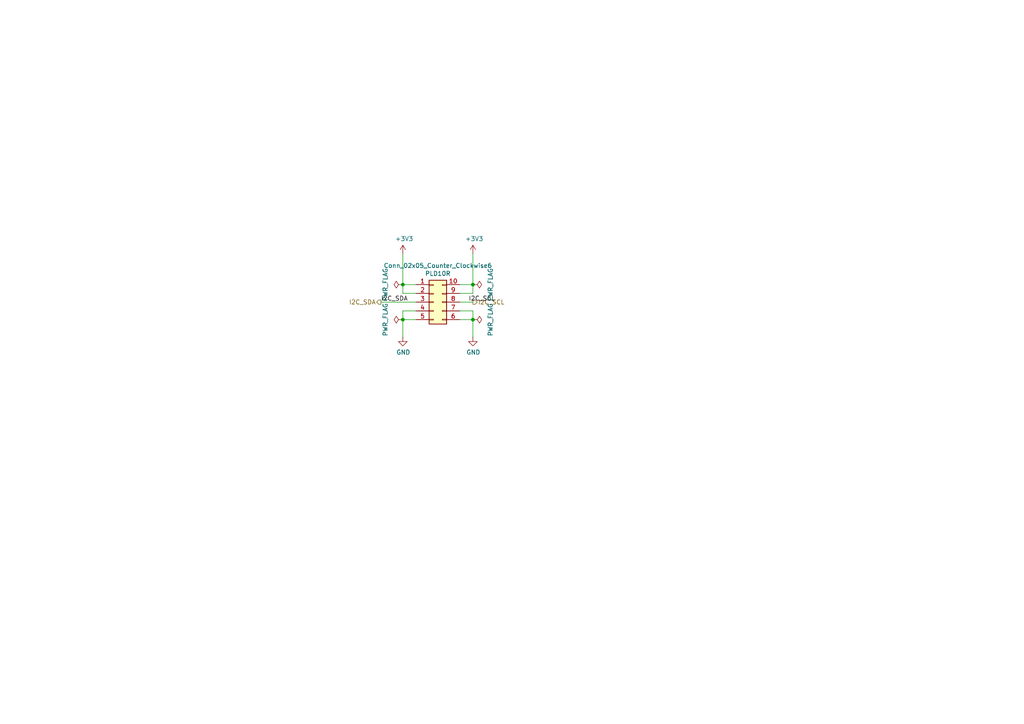
<source format=kicad_sch>
(kicad_sch
	(version 20231120)
	(generator "eeschema")
	(generator_version "8.0")
	(uuid "4319e02e-193b-465e-a4fb-c66fb7a9e273")
	(paper "A4")
	(lib_symbols
		(symbol "Connector_Generic:Conn_02x05_Counter_Clockwise"
			(pin_names
				(offset 1.016) hide)
			(exclude_from_sim no)
			(in_bom yes)
			(on_board yes)
			(property "Reference" "Conn_02x05_Counter_Clockwise6"
				(at 1.27 10.5918 0)
				(effects
					(font
						(size 1.27 1.27)
					)
				)
			)
			(property "Value" "PLD10R"
				(at 1.27 8.2804 0)
				(effects
					(font
						(size 1.27 1.27)
					)
				)
			)
			(property "Footprint" "Connector_PinHeader_2.54mm:PinHeader_2x05_P2.54mm_Horizontal"
				(at 0 0 0)
				(effects
					(font
						(size 1.27 1.27)
					)
					(hide yes)
				)
			)
			(property "Datasheet" "https://file.elecfans.com/web1/M00/81/AC/o4YBAFw2vnKAaVFEACnRtF3lcuA967.pdf"
				(at 0 0 0)
				(effects
					(font
						(size 1.27 1.27)
					)
					(hide yes)
				)
			)
			(property "Description" "Pin Headers spacing 2.54mm 10Pins (2x5) brass gold-plated elbow"
				(at 0 0 0)
				(effects
					(font
						(size 1.27 1.27)
					)
					(hide yes)
				)
			)
			(property "manf#" "A2541WR-2x5P"
				(at 0 0 0)
				(effects
					(font
						(size 1.27 1.27)
					)
					(hide yes)
				)
			)
			(property "ki_keywords" "connector"
				(at 0 0 0)
				(effects
					(font
						(size 1.27 1.27)
					)
					(hide yes)
				)
			)
			(property "ki_fp_filters" "Connector*:*_2x??_*"
				(at 0 0 0)
				(effects
					(font
						(size 1.27 1.27)
					)
					(hide yes)
				)
			)
			(symbol "Conn_02x05_Counter_Clockwise_1_1"
				(rectangle
					(start -1.27 -4.953)
					(end 0 -5.207)
					(stroke
						(width 0.1524)
						(type default)
					)
					(fill
						(type none)
					)
				)
				(rectangle
					(start -1.27 -2.413)
					(end 0 -2.667)
					(stroke
						(width 0.1524)
						(type default)
					)
					(fill
						(type none)
					)
				)
				(rectangle
					(start -1.27 0.127)
					(end 0 -0.127)
					(stroke
						(width 0.1524)
						(type default)
					)
					(fill
						(type none)
					)
				)
				(rectangle
					(start -1.27 2.54)
					(end 0 2.286)
					(stroke
						(width 0.1524)
						(type default)
					)
					(fill
						(type none)
					)
				)
				(rectangle
					(start -1.27 5.08)
					(end 0 4.826)
					(stroke
						(width 0.1524)
						(type default)
					)
					(fill
						(type none)
					)
				)
				(rectangle
					(start -1.27 6.35)
					(end 3.81 -6.35)
					(stroke
						(width 0.254)
						(type default)
					)
					(fill
						(type background)
					)
				)
				(rectangle
					(start 2.54 -2.413)
					(end 3.81 -2.667)
					(stroke
						(width 0.1524)
						(type default)
					)
					(fill
						(type none)
					)
				)
				(rectangle
					(start 2.54 2.54)
					(end 3.81 2.286)
					(stroke
						(width 0.1524)
						(type default)
					)
					(fill
						(type none)
					)
				)
				(rectangle
					(start 2.54 5.08)
					(end 3.81 4.826)
					(stroke
						(width 0.1524)
						(type default)
					)
					(fill
						(type none)
					)
				)
				(rectangle
					(start 3.81 -4.953)
					(end 2.54 -5.207)
					(stroke
						(width 0.1524)
						(type default)
					)
					(fill
						(type none)
					)
				)
				(rectangle
					(start 3.81 0.127)
					(end 2.54 -0.127)
					(stroke
						(width 0.1524)
						(type default)
					)
					(fill
						(type none)
					)
				)
				(pin passive line
					(at -5.08 5.08 0)
					(length 3.81)
					(name "Pin_1"
						(effects
							(font
								(size 1.27 1.27)
							)
						)
					)
					(number "1"
						(effects
							(font
								(size 1.27 1.27)
							)
						)
					)
				)
				(pin passive line
					(at 7.62 5.08 180)
					(length 3.81)
					(name "Pin_10"
						(effects
							(font
								(size 1.27 1.27)
							)
						)
					)
					(number "10"
						(effects
							(font
								(size 1.27 1.27)
							)
						)
					)
				)
				(pin passive line
					(at -5.08 2.54 0)
					(length 3.81)
					(name "Pin_2"
						(effects
							(font
								(size 1.27 1.27)
							)
						)
					)
					(number "2"
						(effects
							(font
								(size 1.27 1.27)
							)
						)
					)
				)
				(pin passive line
					(at -5.08 0 0)
					(length 3.81)
					(name "Pin_3"
						(effects
							(font
								(size 1.27 1.27)
							)
						)
					)
					(number "3"
						(effects
							(font
								(size 1.27 1.27)
							)
						)
					)
				)
				(pin passive line
					(at -5.08 -2.54 0)
					(length 3.81)
					(name "Pin_4"
						(effects
							(font
								(size 1.27 1.27)
							)
						)
					)
					(number "4"
						(effects
							(font
								(size 1.27 1.27)
							)
						)
					)
				)
				(pin passive line
					(at -5.08 -5.08 0)
					(length 3.81)
					(name "Pin_5"
						(effects
							(font
								(size 1.27 1.27)
							)
						)
					)
					(number "5"
						(effects
							(font
								(size 1.27 1.27)
							)
						)
					)
				)
				(pin passive line
					(at 7.62 -5.08 180)
					(length 3.81)
					(name "Pin_6"
						(effects
							(font
								(size 1.27 1.27)
							)
						)
					)
					(number "6"
						(effects
							(font
								(size 1.27 1.27)
							)
						)
					)
				)
				(pin passive line
					(at 7.62 -2.54 180)
					(length 3.81)
					(name "Pin_7"
						(effects
							(font
								(size 1.27 1.27)
							)
						)
					)
					(number "7"
						(effects
							(font
								(size 1.27 1.27)
							)
						)
					)
				)
				(pin passive line
					(at 7.62 0 180)
					(length 3.81)
					(name "Pin_8"
						(effects
							(font
								(size 1.27 1.27)
							)
						)
					)
					(number "8"
						(effects
							(font
								(size 1.27 1.27)
							)
						)
					)
				)
				(pin passive line
					(at 7.62 2.54 180)
					(length 3.81)
					(name "Pin_9"
						(effects
							(font
								(size 1.27 1.27)
							)
						)
					)
					(number "9"
						(effects
							(font
								(size 1.27 1.27)
							)
						)
					)
				)
			)
		)
		(symbol "motor_controller_50mm-rescue:+3.3V-power"
			(power)
			(pin_names
				(offset 0)
			)
			(exclude_from_sim no)
			(in_bom yes)
			(on_board yes)
			(property "Reference" "#PWR"
				(at 0 -3.81 0)
				(effects
					(font
						(size 1.27 1.27)
					)
					(hide yes)
				)
			)
			(property "Value" "+3.3V-power"
				(at 0 3.556 0)
				(effects
					(font
						(size 1.27 1.27)
					)
				)
			)
			(property "Footprint" ""
				(at 0 0 0)
				(effects
					(font
						(size 1.27 1.27)
					)
					(hide yes)
				)
			)
			(property "Datasheet" ""
				(at 0 0 0)
				(effects
					(font
						(size 1.27 1.27)
					)
					(hide yes)
				)
			)
			(property "Description" ""
				(at 0 0 0)
				(effects
					(font
						(size 1.27 1.27)
					)
					(hide yes)
				)
			)
			(symbol "+3.3V-power_0_1"
				(polyline
					(pts
						(xy -0.762 1.27) (xy 0 2.54)
					)
					(stroke
						(width 0)
						(type solid)
					)
					(fill
						(type none)
					)
				)
				(polyline
					(pts
						(xy 0 0) (xy 0 2.54)
					)
					(stroke
						(width 0)
						(type solid)
					)
					(fill
						(type none)
					)
				)
				(polyline
					(pts
						(xy 0 2.54) (xy 0.762 1.27)
					)
					(stroke
						(width 0)
						(type solid)
					)
					(fill
						(type none)
					)
				)
			)
			(symbol "+3.3V-power_1_1"
				(pin power_in line
					(at 0 0 90)
					(length 0) hide
					(name "+3V3"
						(effects
							(font
								(size 1.27 1.27)
							)
						)
					)
					(number "1"
						(effects
							(font
								(size 1.27 1.27)
							)
						)
					)
				)
			)
		)
		(symbol "power:GND"
			(power)
			(pin_numbers hide)
			(pin_names
				(offset 0) hide)
			(exclude_from_sim no)
			(in_bom yes)
			(on_board yes)
			(property "Reference" "#PWR"
				(at 0 -6.35 0)
				(effects
					(font
						(size 1.27 1.27)
					)
					(hide yes)
				)
			)
			(property "Value" "GND"
				(at 0 -3.81 0)
				(effects
					(font
						(size 1.27 1.27)
					)
				)
			)
			(property "Footprint" ""
				(at 0 0 0)
				(effects
					(font
						(size 1.27 1.27)
					)
					(hide yes)
				)
			)
			(property "Datasheet" ""
				(at 0 0 0)
				(effects
					(font
						(size 1.27 1.27)
					)
					(hide yes)
				)
			)
			(property "Description" "Power symbol creates a global label with name \"GND\" , ground"
				(at 0 0 0)
				(effects
					(font
						(size 1.27 1.27)
					)
					(hide yes)
				)
			)
			(property "ki_keywords" "global power"
				(at 0 0 0)
				(effects
					(font
						(size 1.27 1.27)
					)
					(hide yes)
				)
			)
			(symbol "GND_0_1"
				(polyline
					(pts
						(xy 0 0) (xy 0 -1.27) (xy 1.27 -1.27) (xy 0 -2.54) (xy -1.27 -1.27) (xy 0 -1.27)
					)
					(stroke
						(width 0)
						(type default)
					)
					(fill
						(type none)
					)
				)
			)
			(symbol "GND_1_1"
				(pin power_in line
					(at 0 0 270)
					(length 0)
					(name "~"
						(effects
							(font
								(size 1.27 1.27)
							)
						)
					)
					(number "1"
						(effects
							(font
								(size 1.27 1.27)
							)
						)
					)
				)
			)
		)
		(symbol "power:PWR_FLAG"
			(power)
			(pin_numbers hide)
			(pin_names
				(offset 0) hide)
			(exclude_from_sim no)
			(in_bom yes)
			(on_board yes)
			(property "Reference" "#FLG"
				(at 0 1.905 0)
				(effects
					(font
						(size 1.27 1.27)
					)
					(hide yes)
				)
			)
			(property "Value" "PWR_FLAG"
				(at 0 3.81 0)
				(effects
					(font
						(size 1.27 1.27)
					)
				)
			)
			(property "Footprint" ""
				(at 0 0 0)
				(effects
					(font
						(size 1.27 1.27)
					)
					(hide yes)
				)
			)
			(property "Datasheet" "~"
				(at 0 0 0)
				(effects
					(font
						(size 1.27 1.27)
					)
					(hide yes)
				)
			)
			(property "Description" "Special symbol for telling ERC where power comes from"
				(at 0 0 0)
				(effects
					(font
						(size 1.27 1.27)
					)
					(hide yes)
				)
			)
			(property "ki_keywords" "flag power"
				(at 0 0 0)
				(effects
					(font
						(size 1.27 1.27)
					)
					(hide yes)
				)
			)
			(symbol "PWR_FLAG_0_0"
				(pin power_out line
					(at 0 0 90)
					(length 0)
					(name "~"
						(effects
							(font
								(size 1.27 1.27)
							)
						)
					)
					(number "1"
						(effects
							(font
								(size 1.27 1.27)
							)
						)
					)
				)
			)
			(symbol "PWR_FLAG_0_1"
				(polyline
					(pts
						(xy 0 0) (xy 0 1.27) (xy -1.016 1.905) (xy 0 2.54) (xy 1.016 1.905) (xy 0 1.27)
					)
					(stroke
						(width 0)
						(type default)
					)
					(fill
						(type none)
					)
				)
			)
		)
	)
	(junction
		(at 116.84 82.55)
		(diameter 0)
		(color 0 0 0 0)
		(uuid "84599fa5-6a90-4764-8f8d-f6f4f436ab1e")
	)
	(junction
		(at 116.84 92.71)
		(diameter 0)
		(color 0 0 0 0)
		(uuid "b290fa5b-5675-4f43-95d9-9e8d4f36c38d")
	)
	(junction
		(at 137.16 92.71)
		(diameter 0)
		(color 0 0 0 0)
		(uuid "c702e141-b196-42fd-aeb5-73e7c609d504")
	)
	(junction
		(at 137.16 82.55)
		(diameter 0)
		(color 0 0 0 0)
		(uuid "e43aaf31-fc05-4d97-af30-f1d43b0b93f6")
	)
	(wire
		(pts
			(xy 137.16 97.79) (xy 137.16 92.71)
		)
		(stroke
			(width 0)
			(type default)
		)
		(uuid "0d86fe51-c57b-499b-8f5e-479a31f997e8")
	)
	(wire
		(pts
			(xy 116.84 92.71) (xy 116.84 97.79)
		)
		(stroke
			(width 0)
			(type default)
		)
		(uuid "1bb539e2-b2cb-4818-9bc5-1095ef00ad95")
	)
	(wire
		(pts
			(xy 133.35 90.17) (xy 137.16 90.17)
		)
		(stroke
			(width 0)
			(type default)
		)
		(uuid "256444af-f560-484c-9f2f-4e08c0bf5a2b")
	)
	(wire
		(pts
			(xy 137.16 82.55) (xy 137.16 73.66)
		)
		(stroke
			(width 0)
			(type default)
		)
		(uuid "40cf51c2-109f-4e22-9d78-8d6adf6154e2")
	)
	(wire
		(pts
			(xy 137.16 85.09) (xy 137.16 82.55)
		)
		(stroke
			(width 0)
			(type default)
		)
		(uuid "6045ae10-fd59-4fde-b81e-72db9631d9a2")
	)
	(wire
		(pts
			(xy 116.84 82.55) (xy 116.84 73.66)
		)
		(stroke
			(width 0)
			(type default)
		)
		(uuid "69c87580-9f76-4eaa-a0b9-c278ca101c1c")
	)
	(wire
		(pts
			(xy 137.16 82.55) (xy 133.35 82.55)
		)
		(stroke
			(width 0)
			(type default)
		)
		(uuid "7404899d-6273-45b8-8723-575ac758570b")
	)
	(wire
		(pts
			(xy 116.84 90.17) (xy 116.84 92.71)
		)
		(stroke
			(width 0)
			(type default)
		)
		(uuid "81fc80af-e343-455a-a566-0e071e3d8e1c")
	)
	(wire
		(pts
			(xy 137.16 87.63) (xy 133.35 87.63)
		)
		(stroke
			(width 0)
			(type default)
		)
		(uuid "84456765-dbce-4fd6-9d08-3dd949349865")
	)
	(wire
		(pts
			(xy 120.65 82.55) (xy 116.84 82.55)
		)
		(stroke
			(width 0)
			(type default)
		)
		(uuid "90a2c395-679c-458d-b78d-af3f4b20cf3b")
	)
	(wire
		(pts
			(xy 120.65 87.63) (xy 110.49 87.63)
		)
		(stroke
			(width 0)
			(type default)
		)
		(uuid "935e0719-2578-4de7-b01e-01f9f99a10cb")
	)
	(wire
		(pts
			(xy 133.35 85.09) (xy 137.16 85.09)
		)
		(stroke
			(width 0)
			(type default)
		)
		(uuid "ace646f2-b682-4271-8f73-e1a189988fbf")
	)
	(wire
		(pts
			(xy 137.16 92.71) (xy 133.35 92.71)
		)
		(stroke
			(width 0)
			(type default)
		)
		(uuid "af721db2-1637-43fd-9463-b7f43b4e3775")
	)
	(wire
		(pts
			(xy 116.84 85.09) (xy 120.65 85.09)
		)
		(stroke
			(width 0)
			(type default)
		)
		(uuid "b8d6e8e7-476d-4bc9-bf6d-1356f01c7c8d")
	)
	(wire
		(pts
			(xy 137.16 90.17) (xy 137.16 92.71)
		)
		(stroke
			(width 0)
			(type default)
		)
		(uuid "de9b9cc3-217b-4fd9-ac67-732de89e14fd")
	)
	(wire
		(pts
			(xy 120.65 90.17) (xy 116.84 90.17)
		)
		(stroke
			(width 0)
			(type default)
		)
		(uuid "e0beb59e-22fd-4fca-b770-f724674d0b4b")
	)
	(wire
		(pts
			(xy 116.84 82.55) (xy 116.84 85.09)
		)
		(stroke
			(width 0)
			(type default)
		)
		(uuid "eff5a1b0-a357-4d3a-af32-2b012cd068a7")
	)
	(wire
		(pts
			(xy 116.84 92.71) (xy 120.65 92.71)
		)
		(stroke
			(width 0)
			(type default)
		)
		(uuid "fd2de58e-ac12-4a3a-ac16-cd76dd6acc52")
	)
	(label "I2C_SCL"
		(at 135.89 87.63 0)
		(fields_autoplaced yes)
		(effects
			(font
				(size 1.27 1.27)
			)
			(justify left bottom)
		)
		(uuid "201a684d-7e12-4512-af00-84372b558fdf")
	)
	(label "I2C_SDA"
		(at 110.49 87.63 0)
		(fields_autoplaced yes)
		(effects
			(font
				(size 1.27 1.27)
			)
			(justify left bottom)
		)
		(uuid "873ebe23-235a-4e1c-a5aa-0c92d0f4f57b")
	)
	(hierarchical_label "I2C_SDA"
		(shape output)
		(at 110.49 87.63 180)
		(fields_autoplaced yes)
		(effects
			(font
				(size 1.27 1.27)
			)
			(justify right)
		)
		(uuid "00aa5a5d-7a54-45d3-b709-c78d72327a45")
	)
	(hierarchical_label "I2C_SCL"
		(shape output)
		(at 137.16 87.63 0)
		(fields_autoplaced yes)
		(effects
			(font
				(size 1.27 1.27)
			)
			(justify left)
		)
		(uuid "e946d9f8-1123-49f6-ade1-7eb5591a4ee7")
	)
	(symbol
		(lib_id "motor_controller_50mm-rescue:+3.3V-power")
		(at 116.84 73.66 0)
		(unit 1)
		(exclude_from_sim no)
		(in_bom yes)
		(on_board yes)
		(dnp no)
		(uuid "19cfe40d-419e-4c7d-80b6-ffa3fbcdbfb4")
		(property "Reference" "#PWR033"
			(at 116.84 77.47 0)
			(effects
				(font
					(size 1.27 1.27)
				)
				(hide yes)
			)
		)
		(property "Value" "+3V3"
			(at 117.221 69.2658 0)
			(effects
				(font
					(size 1.27 1.27)
				)
			)
		)
		(property "Footprint" ""
			(at 116.84 73.66 0)
			(effects
				(font
					(size 1.27 1.27)
				)
				(hide yes)
			)
		)
		(property "Datasheet" ""
			(at 116.84 73.66 0)
			(effects
				(font
					(size 1.27 1.27)
				)
				(hide yes)
			)
		)
		(property "Description" ""
			(at 116.84 73.66 0)
			(effects
				(font
					(size 1.27 1.27)
				)
				(hide yes)
			)
		)
		(pin "1"
			(uuid "038f3347-a8a1-4e38-97d0-d3dcd70d5a6a")
		)
		(instances
			(project "Controllers"
				(path "/0d975edd-657e-4ffa-a06b-b9e7874b08d6/1641af59-1197-4a35-8f18-d13b53c1fdaa/c671fc30-5732-4f67-b0bf-1a81538a21bf"
					(reference "#PWR0398")
					(unit 1)
				)
				(path "/0d975edd-657e-4ffa-a06b-b9e7874b08d6/24c0eb69-bd76-4742-bef9-535118effb30/c671fc30-5732-4f67-b0bf-1a81538a21bf"
					(reference "#PWR0106")
					(unit 1)
				)
				(path "/0d975edd-657e-4ffa-a06b-b9e7874b08d6/4d5ea5bf-2113-48a7-8fec-5f7f187eb6ac/c671fc30-5732-4f67-b0bf-1a81538a21bf"
					(reference "#PWR0325")
					(unit 1)
				)
				(path "/0d975edd-657e-4ffa-a06b-b9e7874b08d6/566aeadd-41eb-48d5-bdea-638f7a89d2bc/c671fc30-5732-4f67-b0bf-1a81538a21bf"
					(reference "#PWR033")
					(unit 1)
				)
				(path "/0d975edd-657e-4ffa-a06b-b9e7874b08d6/5fd9ddc7-22ac-4d93-8633-286cdab7cc37/c671fc30-5732-4f67-b0bf-1a81538a21bf"
					(reference "#PWR0179")
					(unit 1)
				)
				(path "/0d975edd-657e-4ffa-a06b-b9e7874b08d6/cb50d06f-fd5f-4d76-ab9f-279452512cbc/c671fc30-5732-4f67-b0bf-1a81538a21bf"
					(reference "#PWR0252")
					(unit 1)
				)
			)
		)
	)
	(symbol
		(lib_id "power:GND")
		(at 116.84 97.79 0)
		(unit 1)
		(exclude_from_sim no)
		(in_bom yes)
		(on_board yes)
		(dnp no)
		(uuid "3f80a26b-fd1a-47a5-b1fa-e443e1c27279")
		(property "Reference" "#PWR034"
			(at 116.84 104.14 0)
			(effects
				(font
					(size 1.27 1.27)
				)
				(hide yes)
			)
		)
		(property "Value" "GND"
			(at 116.967 102.1842 0)
			(effects
				(font
					(size 1.27 1.27)
				)
			)
		)
		(property "Footprint" ""
			(at 116.84 97.79 0)
			(effects
				(font
					(size 1.27 1.27)
				)
				(hide yes)
			)
		)
		(property "Datasheet" ""
			(at 116.84 97.79 0)
			(effects
				(font
					(size 1.27 1.27)
				)
				(hide yes)
			)
		)
		(property "Description" "Power symbol creates a global label with name \"GND\" , ground"
			(at 116.84 97.79 0)
			(effects
				(font
					(size 1.27 1.27)
				)
				(hide yes)
			)
		)
		(pin "1"
			(uuid "1c29d682-b9be-4f41-8ce4-a5c4dedb4f2a")
		)
		(instances
			(project "Controllers"
				(path "/0d975edd-657e-4ffa-a06b-b9e7874b08d6/1641af59-1197-4a35-8f18-d13b53c1fdaa/c671fc30-5732-4f67-b0bf-1a81538a21bf"
					(reference "#PWR0399")
					(unit 1)
				)
				(path "/0d975edd-657e-4ffa-a06b-b9e7874b08d6/24c0eb69-bd76-4742-bef9-535118effb30/c671fc30-5732-4f67-b0bf-1a81538a21bf"
					(reference "#PWR0107")
					(unit 1)
				)
				(path "/0d975edd-657e-4ffa-a06b-b9e7874b08d6/4d5ea5bf-2113-48a7-8fec-5f7f187eb6ac/c671fc30-5732-4f67-b0bf-1a81538a21bf"
					(reference "#PWR0326")
					(unit 1)
				)
				(path "/0d975edd-657e-4ffa-a06b-b9e7874b08d6/566aeadd-41eb-48d5-bdea-638f7a89d2bc/c671fc30-5732-4f67-b0bf-1a81538a21bf"
					(reference "#PWR034")
					(unit 1)
				)
				(path "/0d975edd-657e-4ffa-a06b-b9e7874b08d6/5fd9ddc7-22ac-4d93-8633-286cdab7cc37/c671fc30-5732-4f67-b0bf-1a81538a21bf"
					(reference "#PWR0180")
					(unit 1)
				)
				(path "/0d975edd-657e-4ffa-a06b-b9e7874b08d6/cb50d06f-fd5f-4d76-ab9f-279452512cbc/c671fc30-5732-4f67-b0bf-1a81538a21bf"
					(reference "#PWR0253")
					(unit 1)
				)
			)
		)
	)
	(symbol
		(lib_id "Connector_Generic:Conn_02x05_Counter_Clockwise")
		(at 125.73 87.63 0)
		(unit 1)
		(exclude_from_sim no)
		(in_bom yes)
		(on_board yes)
		(dnp no)
		(uuid "5e99020b-6b53-4c18-9f0a-dbad2996d044")
		(property "Reference" "Conn_02x05_Counter_Clockwise1"
			(at 127 77.0382 0)
			(effects
				(font
					(size 1.27 1.27)
				)
			)
		)
		(property "Value" "PLD10R"
			(at 127 79.3496 0)
			(effects
				(font
					(size 1.27 1.27)
				)
			)
		)
		(property "Footprint" "Connector_PinHeader_2.54mm:PinHeader_2x05_P2.54mm_Horizontal"
			(at 125.73 87.63 0)
			(effects
				(font
					(size 1.27 1.27)
				)
				(hide yes)
			)
		)
		(property "Datasheet" "https://file.elecfans.com/web1/M00/81/AC/o4YBAFw2vnKAaVFEACnRtF3lcuA967.pdf"
			(at 125.73 87.63 0)
			(effects
				(font
					(size 1.27 1.27)
				)
				(hide yes)
			)
		)
		(property "Description" "Pin Headers spacing 2.54mm 10Pins (2x5) brass gold-plated elbow"
			(at 125.73 87.63 0)
			(effects
				(font
					(size 1.27 1.27)
				)
				(hide yes)
			)
		)
		(property "manf#" "A2541WR-2x5P"
			(at 125.73 87.63 0)
			(effects
				(font
					(size 1.27 1.27)
				)
				(hide yes)
			)
		)
		(pin "1"
			(uuid "fd430c3b-8c2c-4660-807b-55eb17f3f12a")
		)
		(pin "10"
			(uuid "f6884db0-26bf-4937-b6b0-470fe19018c1")
		)
		(pin "3"
			(uuid "26f5b965-3181-4d62-90e2-30fa185ac953")
		)
		(pin "4"
			(uuid "58a153d4-ac97-4680-918b-1ffde4fb6c06")
		)
		(pin "5"
			(uuid "0b139a4b-5129-4c55-80b3-e60a0a01e9f3")
		)
		(pin "6"
			(uuid "2489b9f9-d7f7-4395-a892-e06abf16d6e7")
		)
		(pin "7"
			(uuid "4f56313f-4f1e-4bb7-8c40-5b0146c20d3c")
		)
		(pin "8"
			(uuid "c447b2f8-55db-4d79-b8e8-5ac0633ce6cd")
		)
		(pin "2"
			(uuid "7e93f489-193f-4dda-b29c-10fcc5acb108")
		)
		(pin "9"
			(uuid "8e497cc6-9b8b-4bad-ba2b-2abf304ddd79")
		)
		(instances
			(project "Controllers"
				(path "/0d975edd-657e-4ffa-a06b-b9e7874b08d6/1641af59-1197-4a35-8f18-d13b53c1fdaa/c671fc30-5732-4f67-b0bf-1a81538a21bf"
					(reference "Conn_02x05_Counter_Clockwise6")
					(unit 1)
				)
				(path "/0d975edd-657e-4ffa-a06b-b9e7874b08d6/24c0eb69-bd76-4742-bef9-535118effb30/c671fc30-5732-4f67-b0bf-1a81538a21bf"
					(reference "Conn_02x05_Counter_Clockwise2")
					(unit 1)
				)
				(path "/0d975edd-657e-4ffa-a06b-b9e7874b08d6/4d5ea5bf-2113-48a7-8fec-5f7f187eb6ac/c671fc30-5732-4f67-b0bf-1a81538a21bf"
					(reference "Conn_02x05_Counter_Clockwise5")
					(unit 1)
				)
				(path "/0d975edd-657e-4ffa-a06b-b9e7874b08d6/566aeadd-41eb-48d5-bdea-638f7a89d2bc/c671fc30-5732-4f67-b0bf-1a81538a21bf"
					(reference "Conn_02x05_Counter_Clockwise1")
					(unit 1)
				)
				(path "/0d975edd-657e-4ffa-a06b-b9e7874b08d6/5fd9ddc7-22ac-4d93-8633-286cdab7cc37/c671fc30-5732-4f67-b0bf-1a81538a21bf"
					(reference "Conn_02x05_Counter_Clockwise3")
					(unit 1)
				)
				(path "/0d975edd-657e-4ffa-a06b-b9e7874b08d6/cb50d06f-fd5f-4d76-ab9f-279452512cbc/c671fc30-5732-4f67-b0bf-1a81538a21bf"
					(reference "Conn_02x05_Counter_Clockwise4")
					(unit 1)
				)
			)
		)
	)
	(symbol
		(lib_id "power:PWR_FLAG")
		(at 137.16 82.55 270)
		(mirror x)
		(unit 1)
		(exclude_from_sim no)
		(in_bom yes)
		(on_board yes)
		(dnp no)
		(uuid "7d5efff9-a5da-4fb9-b456-a58fc174df5b")
		(property "Reference" "#FLG021"
			(at 139.065 82.55 0)
			(effects
				(font
					(size 1.27 1.27)
				)
				(hide yes)
			)
		)
		(property "Value" "PWR_FLAG"
			(at 142.24 82.55 0)
			(effects
				(font
					(size 1.27 1.27)
				)
			)
		)
		(property "Footprint" ""
			(at 137.16 82.55 0)
			(effects
				(font
					(size 1.27 1.27)
				)
				(hide yes)
			)
		)
		(property "Datasheet" "~"
			(at 137.16 82.55 0)
			(effects
				(font
					(size 1.27 1.27)
				)
				(hide yes)
			)
		)
		(property "Description" "Special symbol for telling ERC where power comes from"
			(at 137.16 82.55 0)
			(effects
				(font
					(size 1.27 1.27)
				)
				(hide yes)
			)
		)
		(pin "1"
			(uuid "c18fdeb6-3aad-4af5-b065-21cc754d0df6")
		)
		(instances
			(project "Controllers"
				(path "/0d975edd-657e-4ffa-a06b-b9e7874b08d6/1641af59-1197-4a35-8f18-d13b53c1fdaa/c671fc30-5732-4f67-b0bf-1a81538a21bf"
					(reference "#FLG041")
					(unit 1)
				)
				(path "/0d975edd-657e-4ffa-a06b-b9e7874b08d6/24c0eb69-bd76-4742-bef9-535118effb30/c671fc30-5732-4f67-b0bf-1a81538a21bf"
					(reference "#FLG025")
					(unit 1)
				)
				(path "/0d975edd-657e-4ffa-a06b-b9e7874b08d6/4d5ea5bf-2113-48a7-8fec-5f7f187eb6ac/c671fc30-5732-4f67-b0bf-1a81538a21bf"
					(reference "#FLG037")
					(unit 1)
				)
				(path "/0d975edd-657e-4ffa-a06b-b9e7874b08d6/566aeadd-41eb-48d5-bdea-638f7a89d2bc/c671fc30-5732-4f67-b0bf-1a81538a21bf"
					(reference "#FLG021")
					(unit 1)
				)
				(path "/0d975edd-657e-4ffa-a06b-b9e7874b08d6/5fd9ddc7-22ac-4d93-8633-286cdab7cc37/c671fc30-5732-4f67-b0bf-1a81538a21bf"
					(reference "#FLG029")
					(unit 1)
				)
				(path "/0d975edd-657e-4ffa-a06b-b9e7874b08d6/cb50d06f-fd5f-4d76-ab9f-279452512cbc/c671fc30-5732-4f67-b0bf-1a81538a21bf"
					(reference "#FLG033")
					(unit 1)
				)
			)
		)
	)
	(symbol
		(lib_id "power:PWR_FLAG")
		(at 116.84 92.71 90)
		(mirror x)
		(unit 1)
		(exclude_from_sim no)
		(in_bom yes)
		(on_board yes)
		(dnp no)
		(uuid "902c3f47-9f46-4817-9401-45a74e6fa457")
		(property "Reference" "#FLG020"
			(at 114.935 92.71 0)
			(effects
				(font
					(size 1.27 1.27)
				)
				(hide yes)
			)
		)
		(property "Value" "PWR_FLAG"
			(at 111.76 92.71 0)
			(effects
				(font
					(size 1.27 1.27)
				)
			)
		)
		(property "Footprint" ""
			(at 116.84 92.71 0)
			(effects
				(font
					(size 1.27 1.27)
				)
				(hide yes)
			)
		)
		(property "Datasheet" "~"
			(at 116.84 92.71 0)
			(effects
				(font
					(size 1.27 1.27)
				)
				(hide yes)
			)
		)
		(property "Description" "Special symbol for telling ERC where power comes from"
			(at 116.84 92.71 0)
			(effects
				(font
					(size 1.27 1.27)
				)
				(hide yes)
			)
		)
		(pin "1"
			(uuid "ffa32065-90e7-42cd-8cd7-7b0586960126")
		)
		(instances
			(project "Controllers"
				(path "/0d975edd-657e-4ffa-a06b-b9e7874b08d6/1641af59-1197-4a35-8f18-d13b53c1fdaa/c671fc30-5732-4f67-b0bf-1a81538a21bf"
					(reference "#FLG040")
					(unit 1)
				)
				(path "/0d975edd-657e-4ffa-a06b-b9e7874b08d6/24c0eb69-bd76-4742-bef9-535118effb30/c671fc30-5732-4f67-b0bf-1a81538a21bf"
					(reference "#FLG024")
					(unit 1)
				)
				(path "/0d975edd-657e-4ffa-a06b-b9e7874b08d6/4d5ea5bf-2113-48a7-8fec-5f7f187eb6ac/c671fc30-5732-4f67-b0bf-1a81538a21bf"
					(reference "#FLG036")
					(unit 1)
				)
				(path "/0d975edd-657e-4ffa-a06b-b9e7874b08d6/566aeadd-41eb-48d5-bdea-638f7a89d2bc/c671fc30-5732-4f67-b0bf-1a81538a21bf"
					(reference "#FLG020")
					(unit 1)
				)
				(path "/0d975edd-657e-4ffa-a06b-b9e7874b08d6/5fd9ddc7-22ac-4d93-8633-286cdab7cc37/c671fc30-5732-4f67-b0bf-1a81538a21bf"
					(reference "#FLG028")
					(unit 1)
				)
				(path "/0d975edd-657e-4ffa-a06b-b9e7874b08d6/cb50d06f-fd5f-4d76-ab9f-279452512cbc/c671fc30-5732-4f67-b0bf-1a81538a21bf"
					(reference "#FLG032")
					(unit 1)
				)
			)
		)
	)
	(symbol
		(lib_id "power:PWR_FLAG")
		(at 116.84 82.55 90)
		(mirror x)
		(unit 1)
		(exclude_from_sim no)
		(in_bom yes)
		(on_board yes)
		(dnp no)
		(uuid "95df8b2f-4aa8-4f6f-9fcf-ec408a1b61a2")
		(property "Reference" "#FLG019"
			(at 114.935 82.55 0)
			(effects
				(font
					(size 1.27 1.27)
				)
				(hide yes)
			)
		)
		(property "Value" "PWR_FLAG"
			(at 111.76 82.55 0)
			(effects
				(font
					(size 1.27 1.27)
				)
			)
		)
		(property "Footprint" ""
			(at 116.84 82.55 0)
			(effects
				(font
					(size 1.27 1.27)
				)
				(hide yes)
			)
		)
		(property "Datasheet" "~"
			(at 116.84 82.55 0)
			(effects
				(font
					(size 1.27 1.27)
				)
				(hide yes)
			)
		)
		(property "Description" "Special symbol for telling ERC where power comes from"
			(at 116.84 82.55 0)
			(effects
				(font
					(size 1.27 1.27)
				)
				(hide yes)
			)
		)
		(pin "1"
			(uuid "d8711d3c-e8e7-4b2f-a4b3-367d1282e38d")
		)
		(instances
			(project "Controllers"
				(path "/0d975edd-657e-4ffa-a06b-b9e7874b08d6/1641af59-1197-4a35-8f18-d13b53c1fdaa/c671fc30-5732-4f67-b0bf-1a81538a21bf"
					(reference "#FLG039")
					(unit 1)
				)
				(path "/0d975edd-657e-4ffa-a06b-b9e7874b08d6/24c0eb69-bd76-4742-bef9-535118effb30/c671fc30-5732-4f67-b0bf-1a81538a21bf"
					(reference "#FLG023")
					(unit 1)
				)
				(path "/0d975edd-657e-4ffa-a06b-b9e7874b08d6/4d5ea5bf-2113-48a7-8fec-5f7f187eb6ac/c671fc30-5732-4f67-b0bf-1a81538a21bf"
					(reference "#FLG035")
					(unit 1)
				)
				(path "/0d975edd-657e-4ffa-a06b-b9e7874b08d6/566aeadd-41eb-48d5-bdea-638f7a89d2bc/c671fc30-5732-4f67-b0bf-1a81538a21bf"
					(reference "#FLG019")
					(unit 1)
				)
				(path "/0d975edd-657e-4ffa-a06b-b9e7874b08d6/5fd9ddc7-22ac-4d93-8633-286cdab7cc37/c671fc30-5732-4f67-b0bf-1a81538a21bf"
					(reference "#FLG027")
					(unit 1)
				)
				(path "/0d975edd-657e-4ffa-a06b-b9e7874b08d6/cb50d06f-fd5f-4d76-ab9f-279452512cbc/c671fc30-5732-4f67-b0bf-1a81538a21bf"
					(reference "#FLG031")
					(unit 1)
				)
			)
		)
	)
	(symbol
		(lib_id "motor_controller_50mm-rescue:+3.3V-power")
		(at 137.16 73.66 0)
		(unit 1)
		(exclude_from_sim no)
		(in_bom yes)
		(on_board yes)
		(dnp no)
		(uuid "a2e02726-85e6-4ba5-a6ca-de9f56f9e0b3")
		(property "Reference" "#PWR038"
			(at 137.16 77.47 0)
			(effects
				(font
					(size 1.27 1.27)
				)
				(hide yes)
			)
		)
		(property "Value" "+3V3"
			(at 137.541 69.2658 0)
			(effects
				(font
					(size 1.27 1.27)
				)
			)
		)
		(property "Footprint" ""
			(at 137.16 73.66 0)
			(effects
				(font
					(size 1.27 1.27)
				)
				(hide yes)
			)
		)
		(property "Datasheet" ""
			(at 137.16 73.66 0)
			(effects
				(font
					(size 1.27 1.27)
				)
				(hide yes)
			)
		)
		(property "Description" ""
			(at 137.16 73.66 0)
			(effects
				(font
					(size 1.27 1.27)
				)
				(hide yes)
			)
		)
		(pin "1"
			(uuid "53b52eb5-7aa6-4141-b5f7-c56e0a5b97f5")
		)
		(instances
			(project "Controllers"
				(path "/0d975edd-657e-4ffa-a06b-b9e7874b08d6/1641af59-1197-4a35-8f18-d13b53c1fdaa/c671fc30-5732-4f67-b0bf-1a81538a21bf"
					(reference "#PWR0403")
					(unit 1)
				)
				(path "/0d975edd-657e-4ffa-a06b-b9e7874b08d6/24c0eb69-bd76-4742-bef9-535118effb30/c671fc30-5732-4f67-b0bf-1a81538a21bf"
					(reference "#PWR0111")
					(unit 1)
				)
				(path "/0d975edd-657e-4ffa-a06b-b9e7874b08d6/4d5ea5bf-2113-48a7-8fec-5f7f187eb6ac/c671fc30-5732-4f67-b0bf-1a81538a21bf"
					(reference "#PWR0330")
					(unit 1)
				)
				(path "/0d975edd-657e-4ffa-a06b-b9e7874b08d6/566aeadd-41eb-48d5-bdea-638f7a89d2bc/c671fc30-5732-4f67-b0bf-1a81538a21bf"
					(reference "#PWR038")
					(unit 1)
				)
				(path "/0d975edd-657e-4ffa-a06b-b9e7874b08d6/5fd9ddc7-22ac-4d93-8633-286cdab7cc37/c671fc30-5732-4f67-b0bf-1a81538a21bf"
					(reference "#PWR0184")
					(unit 1)
				)
				(path "/0d975edd-657e-4ffa-a06b-b9e7874b08d6/cb50d06f-fd5f-4d76-ab9f-279452512cbc/c671fc30-5732-4f67-b0bf-1a81538a21bf"
					(reference "#PWR0257")
					(unit 1)
				)
			)
		)
	)
	(symbol
		(lib_id "power:GND")
		(at 137.16 97.79 0)
		(unit 1)
		(exclude_from_sim no)
		(in_bom yes)
		(on_board yes)
		(dnp no)
		(uuid "d5aac8c8-1f32-420e-bf9a-8d01d2d6593d")
		(property "Reference" "#PWR039"
			(at 137.16 104.14 0)
			(effects
				(font
					(size 1.27 1.27)
				)
				(hide yes)
			)
		)
		(property "Value" "GND"
			(at 137.287 102.1842 0)
			(effects
				(font
					(size 1.27 1.27)
				)
			)
		)
		(property "Footprint" ""
			(at 137.16 97.79 0)
			(effects
				(font
					(size 1.27 1.27)
				)
				(hide yes)
			)
		)
		(property "Datasheet" ""
			(at 137.16 97.79 0)
			(effects
				(font
					(size 1.27 1.27)
				)
				(hide yes)
			)
		)
		(property "Description" "Power symbol creates a global label with name \"GND\" , ground"
			(at 137.16 97.79 0)
			(effects
				(font
					(size 1.27 1.27)
				)
				(hide yes)
			)
		)
		(pin "1"
			(uuid "fe88e6e8-d5aa-4418-b690-465facb824bb")
		)
		(instances
			(project "Controllers"
				(path "/0d975edd-657e-4ffa-a06b-b9e7874b08d6/1641af59-1197-4a35-8f18-d13b53c1fdaa/c671fc30-5732-4f67-b0bf-1a81538a21bf"
					(reference "#PWR0404")
					(unit 1)
				)
				(path "/0d975edd-657e-4ffa-a06b-b9e7874b08d6/24c0eb69-bd76-4742-bef9-535118effb30/c671fc30-5732-4f67-b0bf-1a81538a21bf"
					(reference "#PWR0112")
					(unit 1)
				)
				(path "/0d975edd-657e-4ffa-a06b-b9e7874b08d6/4d5ea5bf-2113-48a7-8fec-5f7f187eb6ac/c671fc30-5732-4f67-b0bf-1a81538a21bf"
					(reference "#PWR0331")
					(unit 1)
				)
				(path "/0d975edd-657e-4ffa-a06b-b9e7874b08d6/566aeadd-41eb-48d5-bdea-638f7a89d2bc/c671fc30-5732-4f67-b0bf-1a81538a21bf"
					(reference "#PWR039")
					(unit 1)
				)
				(path "/0d975edd-657e-4ffa-a06b-b9e7874b08d6/5fd9ddc7-22ac-4d93-8633-286cdab7cc37/c671fc30-5732-4f67-b0bf-1a81538a21bf"
					(reference "#PWR0185")
					(unit 1)
				)
				(path "/0d975edd-657e-4ffa-a06b-b9e7874b08d6/cb50d06f-fd5f-4d76-ab9f-279452512cbc/c671fc30-5732-4f67-b0bf-1a81538a21bf"
					(reference "#PWR0258")
					(unit 1)
				)
			)
		)
	)
	(symbol
		(lib_id "power:PWR_FLAG")
		(at 137.16 92.71 270)
		(mirror x)
		(unit 1)
		(exclude_from_sim no)
		(in_bom yes)
		(on_board yes)
		(dnp no)
		(uuid "f96f04c2-246d-498b-ae09-7042683540c4")
		(property "Reference" "#FLG022"
			(at 139.065 92.71 0)
			(effects
				(font
					(size 1.27 1.27)
				)
				(hide yes)
			)
		)
		(property "Value" "PWR_FLAG"
			(at 142.24 92.71 0)
			(effects
				(font
					(size 1.27 1.27)
				)
			)
		)
		(property "Footprint" ""
			(at 137.16 92.71 0)
			(effects
				(font
					(size 1.27 1.27)
				)
				(hide yes)
			)
		)
		(property "Datasheet" "~"
			(at 137.16 92.71 0)
			(effects
				(font
					(size 1.27 1.27)
				)
				(hide yes)
			)
		)
		(property "Description" "Special symbol for telling ERC where power comes from"
			(at 137.16 92.71 0)
			(effects
				(font
					(size 1.27 1.27)
				)
				(hide yes)
			)
		)
		(pin "1"
			(uuid "ad6ae5c6-68c3-4faf-9bb1-7effc939a889")
		)
		(instances
			(project "Controllers"
				(path "/0d975edd-657e-4ffa-a06b-b9e7874b08d6/1641af59-1197-4a35-8f18-d13b53c1fdaa/c671fc30-5732-4f67-b0bf-1a81538a21bf"
					(reference "#FLG042")
					(unit 1)
				)
				(path "/0d975edd-657e-4ffa-a06b-b9e7874b08d6/24c0eb69-bd76-4742-bef9-535118effb30/c671fc30-5732-4f67-b0bf-1a81538a21bf"
					(reference "#FLG026")
					(unit 1)
				)
				(path "/0d975edd-657e-4ffa-a06b-b9e7874b08d6/4d5ea5bf-2113-48a7-8fec-5f7f187eb6ac/c671fc30-5732-4f67-b0bf-1a81538a21bf"
					(reference "#FLG038")
					(unit 1)
				)
				(path "/0d975edd-657e-4ffa-a06b-b9e7874b08d6/566aeadd-41eb-48d5-bdea-638f7a89d2bc/c671fc30-5732-4f67-b0bf-1a81538a21bf"
					(reference "#FLG022")
					(unit 1)
				)
				(path "/0d975edd-657e-4ffa-a06b-b9e7874b08d6/5fd9ddc7-22ac-4d93-8633-286cdab7cc37/c671fc30-5732-4f67-b0bf-1a81538a21bf"
					(reference "#FLG030")
					(unit 1)
				)
				(path "/0d975edd-657e-4ffa-a06b-b9e7874b08d6/cb50d06f-fd5f-4d76-ab9f-279452512cbc/c671fc30-5732-4f67-b0bf-1a81538a21bf"
					(reference "#FLG034")
					(unit 1)
				)
			)
		)
	)
)

</source>
